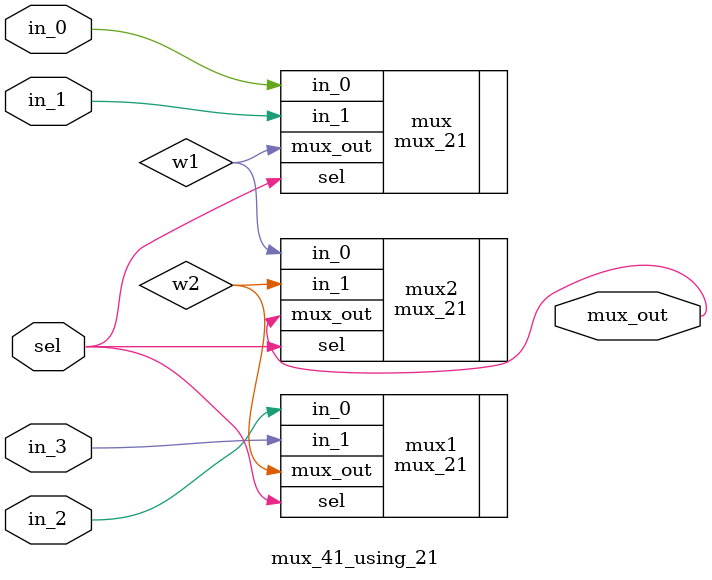
<source format=v>
`timescale 1ns / 1ps


module mux_41_using_21(mux_out,sel,in_0,in_1,in_2,in_3);
input sel,in_0,in_1,in_2,in_3;
output mux_out;
wire w1,w2;
mux_21 mux(.in_0(in_0),.in_1(in_1),.sel(sel),.mux_out(w1));
mux_21 mux1(.in_0(in_2),.in_1(in_3),.sel(sel),.mux_out(w2));
mux_21 mux2(.in_0(w1),.in_1(w2),.sel(sel),.mux_out(mux_out));
endmodule

</source>
